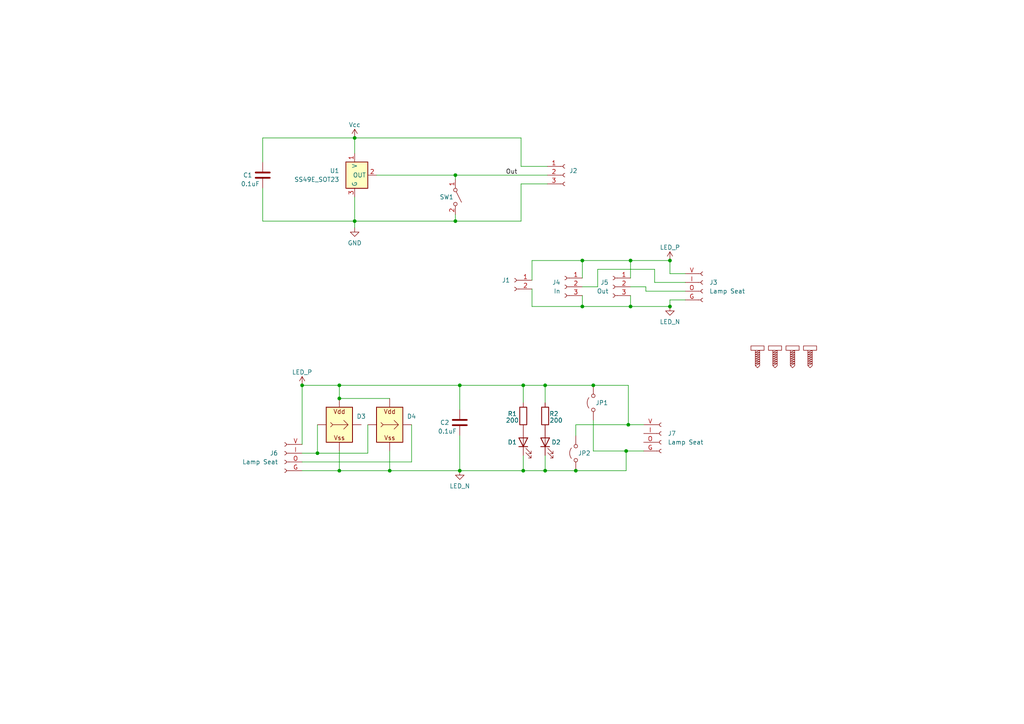
<source format=kicad_sch>
(kicad_sch (version 20250114) (generator "eeschema") (generator_version "9.0")
  (paper "A4")
  (lib_symbols
    (symbol "Connector:Conn_01x02_Socket" (pin_names (offset 1.016) (hide yes))
      (property "Reference" "J" (at 0 2.54 0))
      (property "Value" "Conn_01x02_Socket" (at 0 -5.08 0))
      (symbol "Conn_01x02_Socket_1_1"
        (polyline (pts (xy -1.27 0) (xy -0.508 0)) (stroke (width 0.1524)))
        (polyline (pts (xy -1.27 -2.54) (xy -0.508 -2.54)) (stroke (width 0.1524)))
        (arc (start 0 -0.508) (mid -0.5058 0) (end 0 0.508) (stroke (width 0.1524)))
        (arc (start 0 -3.048) (mid -0.5058 -2.54) (end 0 -2.032) (stroke (width 0.1524)))
        (pin passive line (at -5.08 0 0) (length 3.81) (name "Pin_1") (number "1"))
        (pin passive line (at -5.08 -2.54 0) (length 3.81) (name "Pin_2") (number "2"))
      )
    )
    (symbol "Connector:Conn_01x03_Socket" (pin_names (offset 1.016) (hide yes))
      (property "Reference" "J" (at 0 5.08 0))
      (property "Value" "Conn_01x03_Socket" (at 0 -5.08 0))
      (symbol "Conn_01x03_Socket_1_1"
        (polyline (pts (xy -1.27 2.54) (xy -0.508 2.54)) (stroke (width 0.1524)))
        (polyline (pts (xy -1.27 0) (xy -0.508 0)) (stroke (width 0.1524)))
        (polyline (pts (xy -1.27 -2.54) (xy -0.508 -2.54)) (stroke (width 0.1524)))
        (arc (start 0 2.032) (mid -0.5058 2.54) (end 0 3.048) (stroke (width 0.1524)))
        (arc (start 0 -0.508) (mid -0.5058 0) (end 0 0.508) (stroke (width 0.1524)))
        (arc (start 0 -3.048) (mid -0.5058 -2.54) (end 0 -2.032) (stroke (width 0.1524)))
        (pin passive line (at -5.08 2.54 0) (length 3.81) (name "Pin_1") (number "1"))
        (pin passive line (at -5.08 0 0) (length 3.81) (name "Pin_2") (number "2"))
        (pin passive line (at -5.08 -2.54 0) (length 3.81) (name "Pin_3") (number "3"))
      )
    )
    (symbol "Device:C" (pin_numbers (hide yes)) (pin_names (offset 0.254))
      (property "Reference" "C" (at 0.635 2.54 0))
      (property "Value" "C" (at 0.635 -2.54 0))
      (symbol "C_0_1"
        (polyline (pts (xy -2.032 0.762) (xy 2.032 0.762)) (stroke (width 0.508)))
        (polyline (pts (xy -2.032 -0.762) (xy 2.032 -0.762)) (stroke (width 0.508)))
      )
      (symbol "C_1_1"
        (pin passive line (at 0 3.81 270) (length 2.794) (name "~") (number "1"))
        (pin passive line (at 0 -3.81 90) (length 2.794) (name "~") (number "2"))
      )
    )
    (symbol "Device:LED" (pin_numbers (hide yes)) (pin_names (offset 1.016) (hide yes))
      (property "Reference" "D" (at 0 2.54 0))
      (property "Value" "LED" (at 0 -2.54 0))
      (symbol "LED_0_1"
        (polyline (pts (xy -3.048 -0.762) (xy -4.572 -2.286) (xy -3.81 -2.286) (xy -4.572 -2.286) (xy -4.572 -1.524)))
        (polyline (pts (xy -1.778 -0.762) (xy -3.302 -2.286) (xy -2.54 -2.286) (xy -3.302 -2.286) (xy -3.302 -1.524)))
        (polyline (pts (xy -1.27 0) (xy 1.27 0)))
        (polyline (pts (xy -1.27 -1.27) (xy -1.27 1.27)) (stroke (width 0.254)))
        (polyline (pts (xy 1.27 -1.27) (xy 1.27 1.27) (xy -1.27 0) (xy 1.27 -1.27)) (stroke (width 0.254)))
      )
      (symbol "LED_1_1"
        (pin passive line (at -3.81 0 0) (length 2.54) (name "K") (number "1"))
        (pin passive line (at 3.81 0 180) (length 2.54) (name "A") (number "2"))
      )
    )
    (symbol "Device:R" (pin_numbers (hide yes)) (pin_names (offset 0))
      (property "Reference" "R" (at 2.032 0 90))
      (property "Value" "R" (at 0 0 90))
      (symbol "R_0_1"
        (rectangle (start -1.016 -2.54) (end 1.016 2.54) (stroke (width 0.254)))
      )
      (symbol "R_1_1"
        (pin passive line (at 0 3.81 270) (length 1.27) (name "~") (number "1"))
        (pin passive line (at 0 -3.81 90) (length 1.27) (name "~") (number "2"))
      )
    )
    (symbol "Jumper:Jumper_2_Open" (pin_numbers (hide yes)) (pin_names (offset 0) (hide yes))
      (property "Reference" "JP" (at 0 2.794 0))
      (property "Value" "Jumper_2_Open" (at 0 -2.286 0))
      (symbol "Jumper_2_Open_0_0"
        (circle (center -2.032 0) (radius 0.508))
        (circle (center 2.032 0) (radius 0.508))
      )
      (symbol "Jumper_2_Open_0_1"
        (arc (start -1.524 1.27) (mid 0 1.778) (end 1.524 1.27))
      )
      (symbol "Jumper_2_Open_1_1"
        (pin passive line (at -5.08 0 0) (length 2.54) (name "A") (number "1"))
        (pin passive line (at 5.08 0 180) (length 2.54) (name "B") (number "2"))
      )
    )
    (symbol "Switch:SW_SPST" (pin_names (offset 0) (hide yes))
      (property "Reference" "SW" (at 0 3.175 0))
      (property "Value" "SW_SPST" (at 0 -2.54 0))
      (symbol "SW_SPST_0_0"
        (circle (center -2.032 0) (radius 0.508))
        (polyline (pts (xy -1.524 0.254) (xy 1.524 1.778)))
        (circle (center 2.032 0) (radius 0.508))
      )
      (symbol "SW_SPST_1_1"
        (pin passive line (at -5.08 0 0) (length 2.54) (name "A") (number "1"))
        (pin passive line (at 5.08 0 180) (length 2.54) (name "B") (number "2"))
      )
    )
    (symbol "button:Lamp Seat" (pin_names (offset 1.016) (hide yes))
      (property "Reference" "J" (at 0 5.08 0))
      (property "Value" "Lamp Seat" (at 0 -7.62 0))
      (symbol "Lamp Seat_1_1"
        (polyline (pts (xy -1.27 2.54) (xy -0.508 2.54)) (stroke (width 0.1524)))
        (polyline (pts (xy -1.27 0) (xy -0.508 0)) (stroke (width 0.1524)))
        (polyline (pts (xy -1.27 -2.54) (xy -0.508 -2.54)) (stroke (width 0.1524)))
        (polyline (pts (xy -1.27 -5.08) (xy -0.508 -5.08)) (stroke (width 0.1524)))
        (arc (start 0 2.032) (mid -0.5058 2.54) (end 0 3.048) (stroke (width 0.1524)))
        (arc (start 0 -0.508) (mid -0.5058 0) (end 0 0.508) (stroke (width 0.1524)))
        (arc (start 0 -3.048) (mid -0.5058 -2.54) (end 0 -2.032) (stroke (width 0.1524)))
        (arc (start 0 -5.588) (mid -0.5058 -5.08) (end 0 -4.572) (stroke (width 0.1524)))
        (pin power_in line (at -5.08 2.54 0) (length 3.81) (name "V") (number "V"))
        (pin input line (at -5.08 0 0) (length 3.81) (name "In") (number "I"))
        (pin output line (at -5.08 -2.54 0) (length 3.81) (name "Out") (number "O"))
        (pin power_in line (at -5.08 -5.08 0) (length 3.81) (name "G") (number "G"))
      )
    )
    (symbol "button:M2_Screw"
      (symbol "M2_Screw_0_1"
        (rectangle (start -1.905 2.54) (end 1.905 1.27))
        (polyline (pts (xy -0.635 1.27) (xy -0.635 -3.175) (xy 0 -3.81) (xy 0.635 -3.175) (xy 0.635 1.27) (xy -0.635 0.635) (xy 0 0.635) (xy 0.635 0.635) (xy -0.635 0) (xy 0.635 0) (xy -0.635 -0.635) (xy 0.635 -0.635) (xy -0.635 -1.27) (xy 0.635 -1.27) (xy -0.635 -1.905) (xy 0.635 -1.905) (xy -0.635 -2.54) (xy 0.635 -2.54) (xy -0.635 -3.175)))
      )
    )
    (symbol "button:SS49E_SOT23"
      (property "Reference" "U" (at 2.54 11.43 0))
      (property "Value" "SS49E_SOT23" (at 2.54 8.89 0))
      (symbol "SS49E_SOT23_0_1"
        (rectangle (start -2.54 3.81) (end 3.81 -3.81) (stroke (width 0.254)) (fill (type background)))
      )
      (symbol "SS49E_SOT23_1_1"
        (pin power_in line (at 0 6.35 270) (length 2.54) (name "V") (number "1"))
        (pin power_in line (at 0 -6.35 90) (length 2.54) (name "G") (number "3"))
        (pin output line (at 6.35 0 180) (length 2.54) (name "OUT") (number "2"))
      )
    )
    (symbol "button:WS2812B_Unified" (pin_numbers (hide yes)) (pin_names (offset 0.254) (hide yes))
      (property "Reference" "D10" (at 2.54 6.35 0))
      (symbol "WS2812B_Unified_0_0"
        (polyline (pts (xy -1.905 0) (xy 2.54 0) (xy 1.27 1.27)))
        (text "Vdd" (at 0 3.81 0) (effects (font (size 1.27 1.27))))
        (text "Vss" (at 0 -3.81 0) (effects (font (size 1.27 1.27))))
      )
      (symbol "WS2812B_Unified_0_1"
        (rectangle (start -3.81 5.08) (end 3.81 -5.08) (stroke (width 0.254)) (fill (type background)))
        (polyline (pts (xy -2.54 0.635) (xy -1.905 0) (xy -2.54 -0.635)))
        (polyline (pts (xy 1.27 -1.27) (xy 2.54 0)))
      )
      (symbol "WS2812B_Unified_1_1"
        (pin input line (at -6.35 0 0) (length 2.54) (name "In") (number "I"))
        (pin power_in line (at 0 7.62 270) (length 2.54) (name "VDD") (number "V"))
        (pin power_in line (at 0 -7.62 90) (length 2.54) (name "VSS") (number "G"))
        (pin output line (at 6.35 0 180) (length 2.54) (name "Out") (number "O"))
      )
    )
    (symbol "power:GND" (power) (pin_numbers (hide yes)) (pin_names (offset 0) (hide yes))
      (property "Value" "GND" (at 0 -3.81 0))
      (symbol "GND_0_1"
        (polyline (pts (xy 0 0) (xy 0 -1.27) (xy 1.27 -1.27) (xy 0 -2.54) (xy -1.27 -1.27) (xy 0 -1.27)))
      )
      (symbol "GND_1_1"
        (pin power_in line (at 0 0 270) (length 0) (name "~") (number "1"))
      )
    )
    (symbol "power:VCC" (power) (pin_numbers (hide yes)) (pin_names (offset 0) (hide yes))
      (property "Value" "VCC" (at 0 3.556 0))
      (symbol "VCC_0_1"
        (polyline (pts (xy -0.762 1.27) (xy 0 2.54)))
        (polyline (pts (xy 0 2.54) (xy 0.762 1.27)))
        (polyline (pts (xy 0 0) (xy 0 2.54)))
      )
      (symbol "VCC_1_1"
        (pin power_in line (at 0 0 90) (length 0) (name "~") (number "1"))
      )
    )
  )
  (junction (at 92.075 131.445))
  (junction (at 158.115 136.525))
  (junction (at 102.87 64.135))
  (junction (at 133.35 136.525))
  (junction (at 87.63 111.76))
  (junction (at 181.61 130.81))
  (junction (at 98.425 136.525))
  (junction (at 182.88 88.9))
  (junction (at 168.91 75.565))
  (junction (at 158.115 111.76))
  (junction (at 168.91 88.9))
  (junction (at 194.31 75.565))
  (junction (at 113.03 136.525))
  (junction (at 172.085 111.76))
  (junction (at 167.005 136.525))
  (junction (at 98.425 115.57))
  (junction (at 182.245 123.19))
  (junction (at 132.08 50.8))
  (junction (at 182.88 75.565))
  (junction (at 194.31 88.9))
  (junction (at 151.765 136.525))
  (junction (at 98.425 111.76))
  (junction (at 133.35 111.76))
  (junction (at 132.08 64.135))
  (junction (at 102.87 40.005))
  (junction (at 151.765 111.76))
  (wire (pts (xy 151.765 111.76) (xy 158.115 111.76)))
  (wire (pts (xy 102.87 64.135) (xy 132.08 64.135)))
  (wire (pts (xy 167.005 123.19) (xy 182.245 123.19)))
  (wire (pts (xy 168.91 75.565) (xy 182.88 75.565)))
  (wire (pts (xy 168.91 75.565) (xy 168.91 80.645)))
  (wire (pts (xy 92.075 131.445) (xy 92.075 123.19)))
  (wire (pts (xy 182.245 111.76) (xy 172.085 111.76)))
  (wire (pts (xy 168.91 83.185) (xy 173.355 83.185)))
  (wire (pts (xy 189.865 81.915) (xy 198.755 81.915)))
  (wire (pts (xy 194.31 88.9) (xy 182.88 88.9)))
  (wire (pts (xy 151.765 132.08) (xy 151.765 136.525)))
  (wire (pts (xy 98.425 115.57) (xy 113.03 115.57)))
  (wire (pts (xy 187.325 84.455) (xy 198.755 84.455)))
  (wire (pts (xy 182.88 75.565) (xy 182.88 80.645)))
  (wire (pts (xy 133.35 111.76) (xy 133.35 118.745)))
  (wire (pts (xy 158.115 111.76) (xy 158.115 116.84)))
  (wire (pts (xy 151.13 40.005) (xy 151.13 48.26)))
  (wire (pts (xy 132.08 50.8) (xy 132.08 52.07)))
  (wire (pts (xy 182.88 85.725) (xy 182.88 88.9)))
  (wire (pts (xy 113.03 136.525) (xy 133.35 136.525)))
  (wire (pts (xy 151.13 48.26) (xy 158.75 48.26)))
  (wire (pts (xy 158.75 53.34) (xy 151.13 53.34)))
  (wire (pts (xy 102.87 64.135) (xy 102.87 57.15)))
  (wire (pts (xy 106.68 131.445) (xy 106.68 123.19)))
  (wire (pts (xy 189.865 78.105) (xy 189.865 81.915)))
  (wire (pts (xy 87.63 111.76) (xy 98.425 111.76)))
  (wire (pts (xy 154.305 81.28) (xy 154.305 75.565)))
  (wire (pts (xy 194.31 88.9) (xy 194.31 86.995)))
  (wire (pts (xy 119.38 133.985) (xy 87.63 133.985)))
  (wire (pts (xy 98.425 115.57) (xy 98.425 111.76)))
  (wire (pts (xy 168.91 88.9) (xy 154.305 88.9)))
  (wire (pts (xy 87.63 111.76) (xy 87.63 128.905)))
  (wire (pts (xy 133.35 111.76) (xy 151.765 111.76)))
  (wire (pts (xy 187.325 83.185) (xy 187.325 84.455)))
  (wire (pts (xy 151.765 136.525) (xy 133.35 136.525)))
  (wire (pts (xy 76.2 40.005) (xy 76.2 46.99)))
  (wire (pts (xy 102.87 40.005) (xy 102.87 44.45)))
  (wire (pts (xy 194.31 75.565) (xy 194.31 79.375)))
  (wire (pts (xy 158.115 136.525) (xy 151.765 136.525)))
  (wire (pts (xy 181.61 130.81) (xy 181.61 136.525)))
  (wire (pts (xy 76.2 64.135) (xy 102.87 64.135)))
  (wire (pts (xy 182.88 75.565) (xy 194.31 75.565)))
  (wire (pts (xy 151.765 111.76) (xy 151.765 116.84)))
  (wire (pts (xy 158.115 132.08) (xy 158.115 136.525)))
  (wire (pts (xy 182.88 88.9) (xy 168.91 88.9)))
  (wire (pts (xy 113.03 130.81) (xy 113.03 136.525)))
  (wire (pts (xy 98.425 136.525) (xy 113.03 136.525)))
  (wire (pts (xy 194.31 79.375) (xy 198.755 79.375)))
  (wire (pts (xy 102.87 40.005) (xy 151.13 40.005)))
  (wire (pts (xy 98.425 111.76) (xy 133.35 111.76)))
  (wire (pts (xy 181.61 130.81) (xy 172.085 130.81)))
  (wire (pts (xy 172.085 121.92) (xy 172.085 130.81)))
  (wire (pts (xy 154.305 75.565) (xy 168.91 75.565)))
  (wire (pts (xy 132.08 50.8) (xy 158.75 50.8)))
  (wire (pts (xy 98.425 130.81) (xy 98.425 136.525)))
  (wire (pts (xy 158.115 136.525) (xy 167.005 136.525)))
  (wire (pts (xy 186.69 130.81) (xy 181.61 130.81)))
  (wire (pts (xy 186.69 123.19) (xy 182.245 123.19)))
  (wire (pts (xy 168.91 85.725) (xy 168.91 88.9)))
  (wire (pts (xy 173.355 83.185) (xy 173.355 78.105)))
  (wire (pts (xy 132.08 64.135) (xy 151.13 64.135)))
  (wire (pts (xy 151.13 53.34) (xy 151.13 64.135)))
  (wire (pts (xy 102.87 40.005) (xy 76.2 40.005)))
  (wire (pts (xy 76.2 54.61) (xy 76.2 64.135)))
  (wire (pts (xy 102.87 66.04) (xy 102.87 64.135)))
  (wire (pts (xy 173.355 78.105) (xy 189.865 78.105)))
  (wire (pts (xy 154.305 88.9) (xy 154.305 83.82)))
  (wire (pts (xy 167.005 123.19) (xy 167.005 126.365)))
  (wire (pts (xy 182.245 111.76) (xy 182.245 123.19)))
  (wire (pts (xy 194.31 86.995) (xy 198.755 86.995)))
  (wire (pts (xy 182.88 83.185) (xy 187.325 83.185)))
  (wire (pts (xy 87.63 136.525) (xy 98.425 136.525)))
  (wire (pts (xy 119.38 123.19) (xy 119.38 133.985)))
  (wire (pts (xy 92.075 131.445) (xy 106.68 131.445)))
  (wire (pts (xy 109.22 50.8) (xy 132.08 50.8)))
  (wire (pts (xy 133.35 126.365) (xy 133.35 136.525)))
  (wire (pts (xy 172.085 111.76) (xy 158.115 111.76)))
  (wire (pts (xy 132.08 62.23) (xy 132.08 64.135)))
  (wire (pts (xy 87.63 131.445) (xy 92.075 131.445)))
  (wire (pts (xy 167.005 136.525) (xy 181.61 136.525)))
  (label "Out" (at 146.685 50.8 0))
  (symbol (lib_id "button:M2_Screw") (at 224.79 102.87 0) (unit 1)
    (property "Reference" "S2" (effects (hide yes)))
    (property "Footprint" "button:M2_Screw" (effects (hide yes)))
  )
  (symbol (lib_id "power:GND") (at 102.87 66.04 0) (unit 1)
    (property "Reference" "#PWR02" (effects (hide yes)))
    (property "Value" "GND" (at 102.87 70.485 0))
    (property "Description" "Power symbol creates a global label with name \"GND\" , ground" (effects (hide yes)))
  )
  (symbol (lib_id "button:Lamp Seat") (at 191.77 125.73 0) (unit 1)
    (property "Reference" "J7" (at 193.675 125.7299 0) (effects (justify left)))
    (property "Value" "Lamp Seat" (at 193.675 128.2699 0) (effects (justify left)))
    (property "Footprint" "button:GoldFinger" (effects (hide yes)))
  )
  (symbol (lib_id "power:VCC") (at 194.31 75.565 0) (unit 1)
    (property "Reference" "#PWR03" (effects (hide yes)))
    (property "Value" "LED_P" (at 194.31 71.755 0))
    (property "Description" "Power symbol creates a global label with name \"VCC\"" (effects (hide yes)))
  )
  (symbol (lib_id "button:Lamp Seat") (at 203.835 81.915 0) (unit 1)
    (property "Reference" "J3" (at 205.74 81.9149 0) (effects (justify left)))
    (property "Value" "Lamp Seat" (at 205.74 84.4549 0) (effects (justify left)))
    (property "Footprint" "button:LampSeat" (effects (hide yes)))
  )
  (symbol (lib_id "power:VCC") (at 87.63 111.76 0) (unit 1)
    (property "Reference" "#PWR05" (effects (hide yes)))
    (property "Value" "LED_P" (at 87.63 107.95 0))
    (property "Description" "Power symbol creates a global label with name \"VCC\"" (effects (hide yes)))
  )
  (symbol (lib_id "button:M2_Screw") (at 229.87 102.87 0) (unit 1)
    (property "Reference" "S3" (effects (hide yes)))
    (property "Footprint" "button:M2_Screw" (effects (hide yes)))
  )
  (symbol (lib_id "Device:LED") (at 158.115 128.27 90) (unit 1)
    (property "Reference" "D2" (at 161.29 128.27 90))
    (property "Value" "LED" (effects (hide yes)))
    (property "Footprint" "button:SideLED" (effects (hide yes)))
    (property "Description" "Light emitting diode" (effects (hide yes)))
    (property "Sim.Pins" "1=K 2=A" (effects (hide yes)))
  )
  (symbol (lib_id "Connector:Conn_01x03_Socket") (at 177.8 83.185 0) (mirror y) (unit 1)
    (property "Reference" "J5" (at 176.53 81.9149 0) (effects (justify left)))
    (property "Value" "Out" (at 176.53 84.4549 0) (effects (justify left)))
    (property "Footprint" "Connector_PinHeader_2.54mm:PinHeader_1x03_P2.54mm_Vertical" (effects (hide yes)))
    (property "Description" "Generic connector, single row, 01x03, script generated" (effects (hide yes)))
  )
  (symbol (lib_id "Jumper:Jumper_2_Open") (at 167.005 131.445 90) (unit 1)
    (property "Reference" "JP2" (at 167.64 131.445 90) (effects (justify right)))
    (property "Value" "Jumper_2_Open" (effects (hide yes)))
    (property "Footprint" "button:SolderJump" (effects (hide yes)))
    (property "Description" "Jumper, 2-pole, open" (effects (hide yes)))
  )
  (symbol (lib_id "Connector:Conn_01x03_Socket") (at 163.83 50.8 0) (unit 1)
    (property "Reference" "J2" (at 165.1 49.5299 0) (effects (justify left)))
    (property "Value" "Conn_01x03_Socket" (effects (hide yes)))
    (property "Footprint" "Connector_PinHeader_2.54mm:PinHeader_1x03_P2.54mm_Vertical" (effects (hide yes)))
    (property "Description" "Generic connector, single row, 01x03, script generated" (effects (hide yes)))
  )
  (symbol (lib_id "power:VCC") (at 102.87 40.005 0) (unit 1)
    (property "Reference" "#PWR01" (effects (hide yes)))
    (property "Value" "Vcc" (at 102.87 36.195 0))
    (property "Description" "Power symbol creates a global label with name \"VCC\"" (effects (hide yes)))
  )
  (symbol (lib_id "Device:R") (at 158.115 120.65 0) (unit 1)
    (property "Reference" "R2" (at 160.655 120.015 0))
    (property "Value" "200" (at 161.29 121.92 0))
    (property "Footprint" "Resistor_SMD:R_0805_2012Metric_Pad1.20x1.40mm_HandSolder" (effects (hide yes)))
    (property "Description" "Resistor" (effects (hide yes)))
  )
  (symbol (lib_id "Device:R") (at 151.765 120.65 0) (unit 1)
    (property "Reference" "R1" (at 148.59 120.015 0))
    (property "Value" "200" (at 148.59 121.92 0))
    (property "Footprint" "Resistor_SMD:R_0805_2012Metric_Pad1.20x1.40mm_HandSolder" (effects (hide yes)))
    (property "Description" "Resistor" (effects (hide yes)))
  )
  (symbol (lib_id "Connector:Conn_01x02_Socket") (at 149.225 81.28 0) (mirror y) (unit 1)
    (property "Reference" "J1" (at 147.955 81.2799 0) (effects (justify left)))
    (property "Value" "Conn_01x02_Socket" (effects (hide yes)))
    (property "Footprint" "Connector_PinHeader_2.54mm:PinHeader_1x02_P2.54mm_Vertical" (effects (hide yes)))
    (property "Description" "Generic connector, single row, 01x02, script generated" (effects (hide yes)))
  )
  (symbol (lib_id "Switch:SW_SPST") (at 132.08 57.15 270) (unit 1)
    (property "Reference" "SW1" (at 129.54 57.15 90))
    (property "Value" "SW_SPST" (effects (hide yes)))
    (property "Footprint" "button:Choc_HE" (effects (hide yes)))
    (property "Description" "Single Pole Single Throw (SPST) switch" (effects (hide yes)))
  )
  (symbol (lib_id "Device:C") (at 133.35 122.555 180) (unit 1)
    (property "Reference" "C2" (at 127.635 122.555 0) (effects (justify right)))
    (property "Value" "0.1uF" (at 127 125.095 0) (effects (justify right)))
    (property "Footprint" "Capacitor_SMD:C_0805_2012Metric_Pad1.18x1.45mm_HandSolder" (effects (hide yes)))
    (property "Description" "Unpolarized capacitor" (effects (hide yes)))
  )
  (symbol (lib_id "Device:C") (at 76.2 50.8 180) (unit 1)
    (property "Reference" "C1" (at 70.485 50.8 0) (effects (justify right)))
    (property "Value" "0.1uF" (at 69.85 53.34 0) (effects (justify right)))
    (property "Footprint" "Capacitor_SMD:C_0603_1608Metric_Pad1.08x0.95mm_HandSolder" (effects (hide yes)))
    (property "Description" "Unpolarized capacitor" (effects (hide yes)))
  )
  (symbol (lib_id "button:M2_Screw") (at 219.71 102.87 0) (unit 1)
    (property "Reference" "S1" (effects (hide yes)))
    (property "Footprint" "button:M2_Screw" (effects (hide yes)))
  )
  (symbol (lib_id "power:GND") (at 133.35 136.525 0) (unit 1)
    (property "Reference" "#PWR06" (effects (hide yes)))
    (property "Value" "LED_N" (at 133.35 140.97 0))
    (property "Description" "Power symbol creates a global label with name \"GND\" , ground" (effects (hide yes)))
  )
  (symbol (lib_id "power:GND") (at 194.31 88.9 0) (unit 1)
    (property "Reference" "#PWR04" (effects (hide yes)))
    (property "Value" "LED_N" (at 194.31 93.345 0))
    (property "Description" "Power symbol creates a global label with name \"GND\" , ground" (effects (hide yes)))
  )
  (symbol (lib_id "button:SS49E_SOT23") (at 102.87 50.8 0) (unit 1)
    (property "Reference" "U1" (at 98.425 49.5299 0) (effects (justify right)))
    (property "Value" "SS49E_SOT23" (at 98.425 52.0699 0) (effects (justify right)))
    (property "Footprint" "button:SOT-23-FAT" (effects (hide yes)))
  )
  (symbol (lib_id "Connector:Conn_01x03_Socket") (at 163.83 83.185 0) (mirror y) (unit 1)
    (property "Reference" "J4" (at 162.56 81.9149 0) (effects (justify left)))
    (property "Value" "In" (at 162.56 84.4549 0) (effects (justify left)))
    (property "Footprint" "Connector_PinHeader_2.54mm:PinHeader_1x03_P2.54mm_Vertical" (effects (hide yes)))
    (property "Description" "Generic connector, single row, 01x03, script generated" (effects (hide yes)))
  )
  (symbol (lib_id "button:WS2812B_Unified") (at 98.425 123.19 0) (unit 1)
    (property "Reference" "D3" (at 104.775 120.7768 0))
    (property "Value" "WS2812B_Unified" (effects (hide yes)))
    (property "Footprint" "button:WS2812B-4020" (effects (hide yes)))
    (property "Description" "RGB LED with integrated controller" (effects (hide yes)))
  )
  (symbol (lib_id "button:M2_Screw") (at 234.95 102.87 0) (unit 1)
    (property "Reference" "S4" (effects (hide yes)))
    (property "Footprint" "button:M2_Screw" (effects (hide yes)))
  )
  (symbol (lib_id "Device:LED") (at 151.765 128.27 90) (unit 1)
    (property "Reference" "D1" (at 148.59 128.27 90))
    (property "Value" "LED" (effects (hide yes)))
    (property "Footprint" "button:SideLED" (effects (hide yes)))
    (property "Description" "Light emitting diode" (effects (hide yes)))
    (property "Sim.Pins" "1=K 2=A" (effects (hide yes)))
  )
  (symbol (lib_id "button:WS2812B_Unified") (at 113.03 123.19 0) (unit 1)
    (property "Reference" "D4" (at 119.38 120.7768 0))
    (property "Value" "WS2812B_Unified" (effects (hide yes)))
    (property "Footprint" "button:WS2812B-4020" (effects (hide yes)))
    (property "Description" "RGB LED with integrated controller" (effects (hide yes)))
  )
  (symbol (lib_id "Jumper:Jumper_2_Open") (at 172.085 116.84 90) (unit 1)
    (property "Reference" "JP1" (at 172.72 116.84 90) (effects (justify right)))
    (property "Value" "Jumper_2_Open" (effects (hide yes)))
    (property "Footprint" "button:SolderJump" (effects (hide yes)))
    (property "Description" "Jumper, 2-pole, open" (effects (hide yes)))
  )
  (symbol (lib_id "button:Lamp Seat") (at 82.55 131.445 0) (mirror y) (unit 1)
    (property "Reference" "J6" (at 80.645 131.4449 0) (effects (justify left)))
    (property "Value" "Lamp Seat" (at 80.645 133.9849 0) (effects (justify left)))
    (property "Footprint" "button:GoldFinger" (effects (hide yes)))
  )
)
</source>
